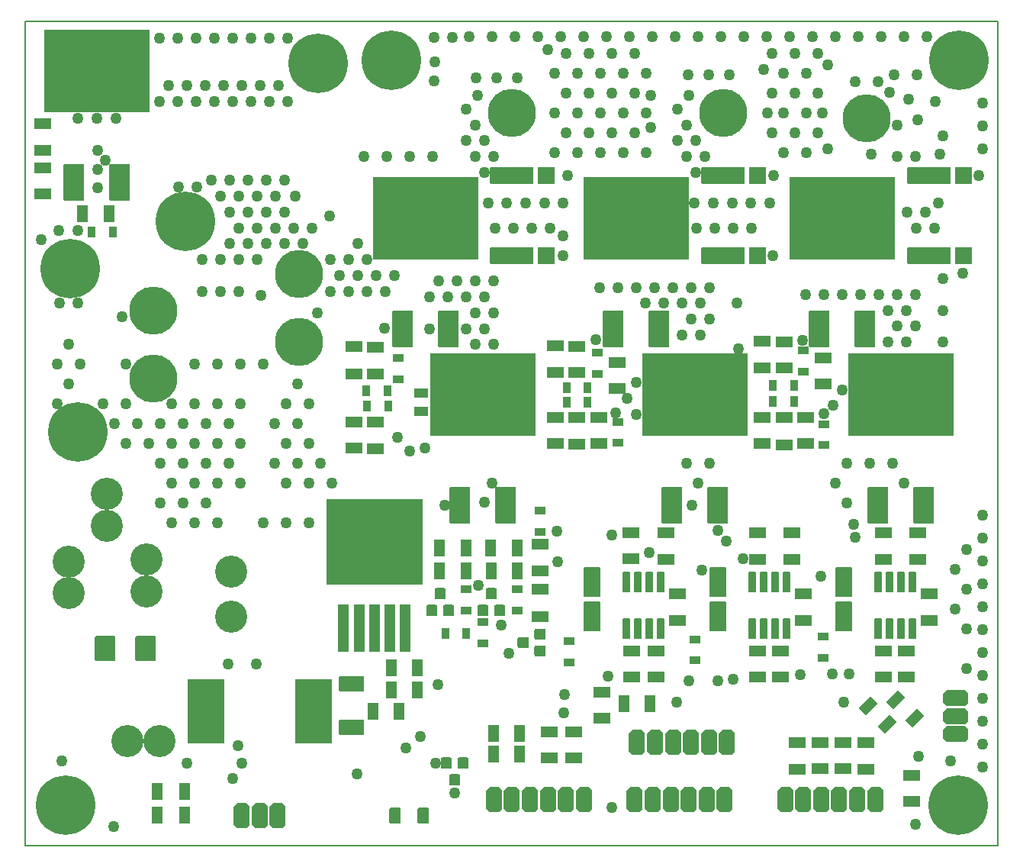
<source format=gbr>
G04 PROTEUS RS274X GERBER FILE*
%FSLAX45Y45*%
%MOMM*%
G01*
%ADD56C,1.270000*%
%ADD18C,1.016000*%
%AMPPAD051*
4,1,36,
2.413000,0.825500,
2.413000,-0.825500,
2.410470,-0.851470,
2.403200,-0.875480,
2.391650,-0.897080,
2.376290,-0.915790,
2.357570,-0.931150,
2.335980,-0.942700,
2.311970,-0.949970,
2.286000,-0.952500,
-2.286000,-0.952500,
-2.311970,-0.949970,
-2.335980,-0.942700,
-2.357570,-0.931150,
-2.376290,-0.915790,
-2.391650,-0.897080,
-2.403200,-0.875480,
-2.410470,-0.851470,
-2.413000,-0.825500,
-2.413000,0.825500,
-2.410470,0.851470,
-2.403200,0.875480,
-2.391650,0.897080,
-2.376290,0.915790,
-2.357570,0.931150,
-2.335980,0.942700,
-2.311970,0.949970,
-2.286000,0.952500,
2.286000,0.952500,
2.311970,0.949970,
2.335980,0.942700,
2.357570,0.931150,
2.376290,0.915790,
2.391650,0.897080,
2.403200,0.875480,
2.410470,0.851470,
2.413000,0.825500,
0*%
%ADD57PPAD051*%
%AMPPAD052*
4,1,36,
0.952500,0.825500,
0.952500,-0.825500,
0.949970,-0.851470,
0.942700,-0.875480,
0.931150,-0.897080,
0.915790,-0.915790,
0.897070,-0.931150,
0.875480,-0.942700,
0.851470,-0.949970,
0.825500,-0.952500,
-0.825500,-0.952500,
-0.851470,-0.949970,
-0.875480,-0.942700,
-0.897070,-0.931150,
-0.915790,-0.915790,
-0.931150,-0.897080,
-0.942700,-0.875480,
-0.949970,-0.851470,
-0.952500,-0.825500,
-0.952500,0.825500,
-0.949970,0.851470,
-0.942700,0.875480,
-0.931150,0.897080,
-0.915790,0.915790,
-0.897070,0.931150,
-0.875480,0.942700,
-0.851470,0.949970,
-0.825500,0.952500,
0.825500,0.952500,
0.851470,0.949970,
0.875480,0.942700,
0.897070,0.931150,
0.915790,0.915790,
0.931150,0.897080,
0.942700,0.875480,
0.949970,0.851470,
0.952500,0.825500,
0*%
%ADD58PPAD052*%
%ADD59C,5.334000*%
%AMPPAD054*
4,1,4,
0.901700,0.571500,
0.901700,-0.571500,
-0.901700,-0.571500,
-0.901700,0.571500,
0.901700,0.571500,
0*%
%ADD60PPAD054*%
%AMPPAD055*
4,1,4,
-0.571500,2.603500,
0.571500,2.603500,
0.571500,-2.603500,
-0.571500,-2.603500,
-0.571500,2.603500,
0*%
%ADD61PPAD055*%
%AMPPAD056*
4,1,4,
-5.372100,-4.775200,
-5.372100,4.775200,
5.372100,4.775200,
5.372100,-4.775200,
-5.372100,-4.775200,
0*%
%ADD62PPAD056*%
%AMPPAD057*
4,1,36,
-1.905000,3.556000,
1.905000,3.556000,
1.930970,3.553470,
1.954980,3.546200,
1.976580,3.534650,
1.995290,3.519290,
2.010650,3.500570,
2.022200,3.478980,
2.029470,3.454970,
2.032000,3.429000,
2.032000,-3.429000,
2.029470,-3.454970,
2.022200,-3.478980,
2.010650,-3.500570,
1.995290,-3.519290,
1.976580,-3.534650,
1.954980,-3.546200,
1.930970,-3.553470,
1.905000,-3.556000,
-1.905000,-3.556000,
-1.930970,-3.553470,
-1.954980,-3.546200,
-1.976580,-3.534650,
-1.995290,-3.519290,
-2.010650,-3.500570,
-2.022200,-3.478980,
-2.029470,-3.454970,
-2.032000,-3.429000,
-2.032000,3.429000,
-2.029470,3.454970,
-2.022200,3.478980,
-2.010650,3.500570,
-1.995290,3.519290,
-1.976580,3.534650,
-1.954980,3.546200,
-1.930970,3.553470,
-1.905000,3.556000,
0*%
%ADD63PPAD057*%
%AMPPAD058*
4,1,36,
-1.397000,-0.736600,
-1.397000,0.736600,
-1.394470,0.762570,
-1.387200,0.786580,
-1.375650,0.808180,
-1.360290,0.826890,
-1.341570,0.842250,
-1.319980,0.853800,
-1.295970,0.861070,
-1.270000,0.863600,
1.270000,0.863600,
1.295970,0.861070,
1.319980,0.853800,
1.341570,0.842250,
1.360290,0.826890,
1.375650,0.808180,
1.387200,0.786580,
1.394470,0.762570,
1.397000,0.736600,
1.397000,-0.736600,
1.394470,-0.762570,
1.387200,-0.786580,
1.375650,-0.808180,
1.360290,-0.826890,
1.341570,-0.842250,
1.319980,-0.853800,
1.295970,-0.861070,
1.270000,-0.863600,
-1.270000,-0.863600,
-1.295970,-0.861070,
-1.319980,-0.853800,
-1.341570,-0.842250,
-1.360290,-0.826890,
-1.375650,-0.808180,
-1.387200,-0.786580,
-1.394470,-0.762570,
-1.397000,-0.736600,
0*%
%ADD64PPAD058*%
%AMPPAD059*
4,1,4,
-0.571500,0.901700,
0.571500,0.901700,
0.571500,-0.901700,
-0.571500,-0.901700,
-0.571500,0.901700,
0*%
%ADD65PPAD059*%
%ADD66C,6.604000*%
%AMPPAD061*
4,1,36,
0.317500,-1.143000,
-0.317500,-1.143000,
-0.343470,-1.140470,
-0.367480,-1.133200,
-0.389080,-1.121650,
-0.407790,-1.106290,
-0.423150,-1.087570,
-0.434700,-1.065980,
-0.441970,-1.041970,
-0.444500,-1.016000,
-0.444500,1.016000,
-0.441970,1.041970,
-0.434700,1.065980,
-0.423150,1.087570,
-0.407790,1.106290,
-0.389080,1.121650,
-0.367480,1.133200,
-0.343470,1.140470,
-0.317500,1.143000,
0.317500,1.143000,
0.343470,1.140470,
0.367480,1.133200,
0.389080,1.121650,
0.407790,1.106290,
0.423150,1.087570,
0.434700,1.065980,
0.441970,1.041970,
0.444500,1.016000,
0.444500,-1.016000,
0.441970,-1.041970,
0.434700,-1.065980,
0.423150,-1.087570,
0.407790,-1.106290,
0.389080,-1.121650,
0.367480,-1.133200,
0.343470,-1.140470,
0.317500,-1.143000,
0*%
%ADD67PPAD061*%
%AMPPAD062*
4,1,36,
-0.825500,1.651000,
0.825500,1.651000,
0.851470,1.648470,
0.875480,1.641200,
0.897080,1.629650,
0.915790,1.614290,
0.931150,1.595570,
0.942700,1.573980,
0.949970,1.549970,
0.952500,1.524000,
0.952500,-1.524000,
0.949970,-1.549970,
0.942700,-1.573980,
0.931150,-1.595570,
0.915790,-1.614290,
0.897080,-1.629650,
0.875480,-1.641200,
0.851470,-1.648470,
0.825500,-1.651000,
-0.825500,-1.651000,
-0.851470,-1.648470,
-0.875480,-1.641200,
-0.897080,-1.629650,
-0.915790,-1.614290,
-0.931150,-1.595570,
-0.942700,-1.573980,
-0.949970,-1.549970,
-0.952500,-1.524000,
-0.952500,1.524000,
-0.949970,1.549970,
-0.942700,1.573980,
-0.931150,1.595570,
-0.915790,1.614290,
-0.897080,1.629650,
-0.875480,1.641200,
-0.851470,1.648470,
-0.825500,1.651000,
0*%
%ADD68PPAD062*%
%AMPPAD063*
4,1,36,
0.571500,0.317500,
0.571500,-0.317500,
0.568970,-0.343470,
0.561700,-0.367480,
0.550150,-0.389080,
0.534790,-0.407790,
0.516070,-0.423150,
0.494480,-0.434700,
0.470470,-0.441970,
0.444500,-0.444500,
-0.444500,-0.444500,
-0.470470,-0.441970,
-0.494480,-0.434700,
-0.516070,-0.423150,
-0.534790,-0.407790,
-0.550150,-0.389080,
-0.561700,-0.367480,
-0.568970,-0.343470,
-0.571500,-0.317500,
-0.571500,0.317500,
-0.568970,0.343470,
-0.561700,0.367480,
-0.550150,0.389080,
-0.534790,0.407790,
-0.516070,0.423150,
-0.494480,0.434700,
-0.470470,0.441970,
-0.444500,0.444500,
0.444500,0.444500,
0.470470,0.441970,
0.494480,0.434700,
0.516070,0.423150,
0.534790,0.407790,
0.550150,0.389080,
0.561700,0.367480,
0.568970,0.343470,
0.571500,0.317500,
0*%
%ADD69PPAD063*%
%AMPPAD064*
4,1,36,
0.444500,-0.635000,
-0.444500,-0.635000,
-0.470470,-0.632470,
-0.494480,-0.625200,
-0.516080,-0.613650,
-0.534790,-0.598290,
-0.550150,-0.579570,
-0.561700,-0.557980,
-0.568970,-0.533970,
-0.571500,-0.508000,
-0.571500,0.508000,
-0.568970,0.533970,
-0.561700,0.557980,
-0.550150,0.579570,
-0.534790,0.598290,
-0.516080,0.613650,
-0.494480,0.625200,
-0.470470,0.632470,
-0.444500,0.635000,
0.444500,0.635000,
0.470470,0.632470,
0.494480,0.625200,
0.516080,0.613650,
0.534790,0.598290,
0.550150,0.579570,
0.561700,0.557980,
0.568970,0.533970,
0.571500,0.508000,
0.571500,-0.508000,
0.568970,-0.533970,
0.561700,-0.557980,
0.550150,-0.579570,
0.534790,-0.598290,
0.516080,-0.613650,
0.494480,-0.625200,
0.470470,-0.632470,
0.444500,-0.635000,
0*%
%ADD74PPAD064*%
%AMPPAD065*
4,1,36,
0.635000,0.444500,
0.635000,-0.444500,
0.632470,-0.470470,
0.625200,-0.494480,
0.613650,-0.516080,
0.598290,-0.534790,
0.579570,-0.550150,
0.557980,-0.561700,
0.533970,-0.568970,
0.508000,-0.571500,
-0.508000,-0.571500,
-0.533970,-0.568970,
-0.557980,-0.561700,
-0.579570,-0.550150,
-0.598290,-0.534790,
-0.613650,-0.516080,
-0.625200,-0.494480,
-0.632470,-0.470470,
-0.635000,-0.444500,
-0.635000,0.444500,
-0.632470,0.470470,
-0.625200,0.494480,
-0.613650,0.516080,
-0.598290,0.534790,
-0.579570,0.550150,
-0.557980,0.561700,
-0.533970,0.568970,
-0.508000,0.571500,
0.508000,0.571500,
0.533970,0.568970,
0.557980,0.561700,
0.579570,0.550150,
0.598290,0.534790,
0.613650,0.516080,
0.625200,0.494480,
0.632470,0.470470,
0.635000,0.444500,
0*%
%ADD75PPAD065*%
%AMPPAD066*
4,1,36,
0.317500,-0.571500,
-0.317500,-0.571500,
-0.343470,-0.568970,
-0.367480,-0.561700,
-0.389080,-0.550150,
-0.407790,-0.534790,
-0.423150,-0.516070,
-0.434700,-0.494480,
-0.441970,-0.470470,
-0.444500,-0.444500,
-0.444500,0.444500,
-0.441970,0.470470,
-0.434700,0.494480,
-0.423150,0.516070,
-0.407790,0.534790,
-0.389080,0.550150,
-0.367480,0.561700,
-0.343470,0.568970,
-0.317500,0.571500,
0.317500,0.571500,
0.343470,0.568970,
0.367480,0.561700,
0.389080,0.550150,
0.407790,0.534790,
0.423150,0.516070,
0.434700,0.494480,
0.441970,0.470470,
0.444500,0.444500,
0.444500,-0.444500,
0.441970,-0.470470,
0.434700,-0.494480,
0.423150,-0.516070,
0.407790,-0.534790,
0.389080,-0.550150,
0.367480,-0.561700,
0.343470,-0.568970,
0.317500,-0.571500,
0*%
%ADD76PPAD066*%
%AMPPAD067*
4,1,8,
-1.397000,-0.509800,
-1.397000,0.509800,
-1.017800,0.889000,
1.017800,0.889000,
1.397000,0.509800,
1.397000,-0.509800,
1.017800,-0.889000,
-1.017800,-0.889000,
-1.397000,-0.509800,
0*%
%ADD77PPAD067*%
%AMPPAD068*
4,1,8,
-0.509800,1.397000,
0.509800,1.397000,
0.889000,1.017800,
0.889000,-1.017800,
0.509800,-1.397000,
-0.509800,-1.397000,
-0.889000,-1.017800,
-0.889000,1.017800,
-0.509800,1.397000,
0*%
%ADD78PPAD068*%
%ADD79C,3.556000*%
%AMPPAD070*
4,1,4,
0.723900,0.469900,
0.723900,-0.469900,
-0.723900,-0.469900,
-0.723900,0.469900,
0.723900,0.469900,
0*%
%ADD80PPAD070*%
%AMPPAD071*
4,1,36,
-5.715000,4.572000,
5.715000,4.572000,
5.740970,4.569470,
5.764980,4.562200,
5.786580,4.550650,
5.805290,4.535290,
5.820650,4.516570,
5.832200,4.494980,
5.839470,4.470970,
5.842000,4.445000,
5.842000,-4.445000,
5.839470,-4.470970,
5.832200,-4.494980,
5.820650,-4.516570,
5.805290,-4.535290,
5.786580,-4.550650,
5.764980,-4.562200,
5.740970,-4.569470,
5.715000,-4.572000,
-5.715000,-4.572000,
-5.740970,-4.569470,
-5.764980,-4.562200,
-5.786580,-4.550650,
-5.805290,-4.535290,
-5.820650,-4.516570,
-5.832200,-4.494980,
-5.839470,-4.470970,
-5.842000,-4.445000,
-5.842000,4.445000,
-5.839470,4.470970,
-5.832200,4.494980,
-5.820650,4.516570,
-5.805290,4.535290,
-5.786580,4.550650,
-5.764980,4.562200,
-5.740970,4.569470,
-5.715000,4.572000,
0*%
%ADD81PPAD071*%
%AMPPAD072*
4,1,36,
-1.016000,2.032000,
1.016000,2.032000,
1.041970,2.029470,
1.065980,2.022200,
1.087580,2.010650,
1.106290,1.995290,
1.121650,1.976570,
1.133200,1.954980,
1.140470,1.930970,
1.143000,1.905000,
1.143000,-1.905000,
1.140470,-1.930970,
1.133200,-1.954980,
1.121650,-1.976570,
1.106290,-1.995290,
1.087580,-2.010650,
1.065980,-2.022200,
1.041970,-2.029470,
1.016000,-2.032000,
-1.016000,-2.032000,
-1.041970,-2.029470,
-1.065980,-2.022200,
-1.087580,-2.010650,
-1.106290,-1.995290,
-1.121650,-1.976570,
-1.133200,-1.954980,
-1.140470,-1.930970,
-1.143000,-1.905000,
-1.143000,1.905000,
-1.140470,1.930970,
-1.133200,1.954980,
-1.121650,1.976570,
-1.106290,1.995290,
-1.087580,2.010650,
-1.065980,2.022200,
-1.041970,2.029470,
-1.016000,2.032000,
0*%
%ADD82PPAD072*%
%AMPPAD032*
4,1,4,
-0.233490,-1.041710,
-1.041710,-0.233490,
0.233490,1.041710,
1.041710,0.233490,
-0.233490,-1.041710,
0*%
%ADD38PPAD032*%
%AMPPAD073*
4,1,36,
-1.016000,1.397000,
1.016000,1.397000,
1.041970,1.394470,
1.065980,1.387200,
1.087580,1.375650,
1.106290,1.360290,
1.121650,1.341570,
1.133200,1.319980,
1.140470,1.295970,
1.143000,1.270000,
1.143000,-1.270000,
1.140470,-1.295970,
1.133200,-1.319980,
1.121650,-1.341570,
1.106290,-1.360290,
1.087580,-1.375650,
1.065980,-1.387200,
1.041970,-1.394470,
1.016000,-1.397000,
-1.016000,-1.397000,
-1.041970,-1.394470,
-1.065980,-1.387200,
-1.087580,-1.375650,
-1.106290,-1.360290,
-1.121650,-1.341570,
-1.133200,-1.319980,
-1.140470,-1.295970,
-1.143000,-1.270000,
-1.143000,1.270000,
-1.140470,1.295970,
-1.133200,1.319980,
-1.121650,1.341570,
-1.106290,1.360290,
-1.087580,1.375650,
-1.065980,1.387200,
-1.041970,1.394470,
-1.016000,1.397000,
0*%
%ADD83PPAD073*%
%AMPPAD074*
4,1,36,
0.508000,-0.889000,
-0.508000,-0.889000,
-0.533970,-0.886470,
-0.557980,-0.879200,
-0.579580,-0.867650,
-0.598290,-0.852290,
-0.613650,-0.833570,
-0.625200,-0.811980,
-0.632470,-0.787970,
-0.635000,-0.762000,
-0.635000,0.762000,
-0.632470,0.787970,
-0.625200,0.811980,
-0.613650,0.833570,
-0.598290,0.852290,
-0.579580,0.867650,
-0.557980,0.879200,
-0.533970,0.886470,
-0.508000,0.889000,
0.508000,0.889000,
0.533970,0.886470,
0.557980,0.879200,
0.579580,0.867650,
0.598290,0.852290,
0.613650,0.833570,
0.625200,0.811980,
0.632470,0.787970,
0.635000,0.762000,
0.635000,-0.762000,
0.632470,-0.787970,
0.625200,-0.811980,
0.613650,-0.833570,
0.598290,-0.852290,
0.579580,-0.867650,
0.557980,-0.879200,
0.533970,-0.886470,
0.508000,-0.889000,
0*%
%ADD84PPAD074*%
%ADD41C,0.203200*%
D56*
X+4013200Y+1052310D03*
X+3911600Y+1228286D03*
X+4114800Y+1228286D03*
X+3810000Y+1404262D03*
X+4013200Y+1404262D03*
X+3911600Y+1580238D03*
X+3810000Y+1756214D03*
X+3937000Y+1905000D03*
X+8597900Y+1228286D03*
X+8801100Y+1228286D03*
X+8597900Y+1580238D03*
X+8724900Y+1866900D03*
X+6363969Y+1052310D03*
X+6262369Y+1228286D03*
X+6465569Y+1228286D03*
X+6160769Y+1404262D03*
X+6363969Y+1404262D03*
X+6262369Y+1580238D03*
X+6160769Y+1756214D03*
X+6286500Y+1905000D03*
X+7747000Y-3429000D03*
X+6428649Y-3363510D03*
X+8305800Y+1257545D03*
X+9067800Y+1257545D03*
X+8509000Y+1943100D03*
X+8559800Y+2137425D03*
X+8813800Y+2137425D03*
X+7519052Y-4519896D03*
X+7874000Y-4508500D03*
X+5384021Y-4535575D03*
X+4283159Y-4283011D03*
X+4826045Y-3267760D03*
X+7543800Y-812800D03*
X+8127850Y-2993866D03*
X+8118219Y-2853714D03*
X+8826500Y+1638300D03*
X+9105900Y+1460500D03*
X+8802625Y-6177544D03*
X+8064500Y-4508500D03*
X+8001000Y-4826000D03*
X+6286500Y-4584700D03*
X+6604000Y-4584700D03*
X+6153231Y-4826944D03*
X+6778656Y-4571579D03*
X+3944752Y-3532550D03*
X+6883138Y-3230089D03*
X+6832600Y-901700D03*
X+3850575Y+2560320D03*
X+4104575Y+2560320D03*
X+4358575Y+2560320D03*
X+4612575Y+2560320D03*
X+4866575Y+2560320D03*
X+5120575Y+2560320D03*
X+5374575Y+2560320D03*
X+5628575Y+2560320D03*
X+5882575Y+2560320D03*
X+6136575Y+2560320D03*
X+6390575Y+2560320D03*
X+6644575Y+2560320D03*
X+6898575Y+2560320D03*
X+7152575Y+2560320D03*
X+7406575Y+2560320D03*
X+7660575Y+2560320D03*
X+7914575Y+2560320D03*
X+8168575Y+2560320D03*
X+8422575Y+2560320D03*
X+8676575Y+2560320D03*
X+8930575Y+2560320D03*
X+9545320Y+1821839D03*
X+9545320Y+1567839D03*
X+9545320Y+1313839D03*
X+9545320Y-2750161D03*
X+9545320Y-3004161D03*
X+9545320Y-3258161D03*
X+9545320Y-3512161D03*
X+9545320Y-3766161D03*
X+9545320Y-4020161D03*
X+9545320Y-4274161D03*
X+9545320Y-4528161D03*
X+9545320Y-4782161D03*
X+9545320Y-5036161D03*
X+9545320Y-5290161D03*
X+9545320Y-5544161D03*
X+5430518Y-5990308D03*
X+9367518Y-4450518D03*
X+9367518Y-4010578D03*
X+9240518Y-3790608D03*
X+9367518Y-3570638D03*
X+9240518Y-3350668D03*
X+9367518Y-3130698D03*
X+4795518Y+1268702D03*
X+5049518Y+1268702D03*
X+5303518Y+1268702D03*
X+5557518Y+1268702D03*
X+5811518Y+1268702D03*
X+7335518Y+1268702D03*
X+7589518Y+1268702D03*
X+4922518Y+1488672D03*
X+5176518Y+1488672D03*
X+5430518Y+1488672D03*
X+5684518Y+1488672D03*
X+7208518Y+1488672D03*
X+7462518Y+1488672D03*
X+7716518Y+1488672D03*
X+4795518Y+1708642D03*
X+5049518Y+1708642D03*
X+5303518Y+1708642D03*
X+5557518Y+1708642D03*
X+5811518Y+1708642D03*
X+7335518Y+1708642D03*
X+7589518Y+1708642D03*
X+4922518Y+1928612D03*
X+5176518Y+1928612D03*
X+5430518Y+1928612D03*
X+5684518Y+1928612D03*
X+7208518Y+1928612D03*
X+7462518Y+1928612D03*
X+7716518Y+1928612D03*
X+4795518Y+2148582D03*
X+5049518Y+2148582D03*
X+5303518Y+2148582D03*
X+5557518Y+2148582D03*
X+5811518Y+2148582D03*
X+7335518Y+2148582D03*
X+7589518Y+2148582D03*
X+4922518Y+2368552D03*
X+5176518Y+2368552D03*
X+5430518Y+2368552D03*
X+5684518Y+2368552D03*
X+7208518Y+2368552D03*
X+7462518Y+2368552D03*
X+7716518Y+2368552D03*
X+2602489Y-5621043D03*
X+7226300Y+1016000D03*
X+7213600Y+127000D03*
X+4940300Y+1016000D03*
X+4889500Y+127000D03*
X+9321800Y-63500D03*
X+9499600Y+1016000D03*
X+8831424Y-5427206D03*
X+3576345Y-2643122D03*
X+4818888Y-2925288D03*
X+9016999Y+1837037D03*
X+8127999Y+2057007D03*
X+8381999Y+2057007D03*
X+3924300Y+2105292D03*
X+4152900Y+2105292D03*
X+4381500Y+2105292D03*
X+6273914Y+2139798D03*
X+6502514Y+2139798D03*
X+6731114Y+2139798D03*
X+3500118Y-4626494D03*
X+7157718Y+1708642D03*
X+7767318Y+1708642D03*
X+4719318Y+2412546D03*
X+1021080Y+1841696D03*
X+1224280Y+1841696D03*
X+1427480Y+1841696D03*
X+1630680Y+1841696D03*
X+1833880Y+1841696D03*
X+513080Y+2017672D03*
X+716280Y+2017672D03*
X+919480Y+2017672D03*
X+1122680Y+2017672D03*
X+1325880Y+2017672D03*
X+1529080Y+2017672D03*
X+1732280Y+2017672D03*
X+411480Y+2545600D03*
X+614680Y+2545600D03*
X+817880Y+2545600D03*
X+1021080Y+2545600D03*
X+1224280Y+2545600D03*
X+1427480Y+2545600D03*
X+1630680Y+2545600D03*
X+1833880Y+2545600D03*
X+886143Y-266666D03*
X+1089343Y-266666D03*
X+1292543Y-266666D03*
X+2308543Y-266666D03*
X+2511743Y-266666D03*
X+2714943Y-266666D03*
X+2918143Y-266666D03*
X+2410143Y-90690D03*
X+2613343Y-90690D03*
X+2816543Y-90690D03*
X+3019743Y-90690D03*
X+886143Y+85286D03*
X+1089343Y+85286D03*
X+1292543Y+85286D03*
X+1495743Y+85286D03*
X+2308543Y+85286D03*
X+2511743Y+85286D03*
X+2714943Y+85286D03*
X+1190943Y+261262D03*
X+1394143Y+261262D03*
X+1597343Y+261262D03*
X+1800543Y+261262D03*
X+2003743Y+261262D03*
X+2613343Y+261262D03*
X+1292543Y+437238D03*
X+1495743Y+437238D03*
X+1698943Y+437238D03*
X+1902143Y+437238D03*
X+2105343Y+437238D03*
X+4137343Y+437238D03*
X+4340543Y+437238D03*
X+4543743Y+437238D03*
X+4746943Y+437238D03*
X+6372543Y+437238D03*
X+6575743Y+437238D03*
X+6778943Y+437238D03*
X+6982143Y+437238D03*
X+8810943Y+437238D03*
X+9014143Y+437238D03*
X+1190943Y+613214D03*
X+1394143Y+613214D03*
X+1597343Y+613214D03*
X+1800543Y+613214D03*
X+8709343Y+613214D03*
X+8912543Y+613214D03*
X+1089343Y+789190D03*
X+1292543Y+789190D03*
X+1495743Y+789190D03*
X+1698943Y+789190D03*
X+987743Y+965166D03*
X+1190943Y+965166D03*
X+1394143Y+965166D03*
X+1597343Y+965166D03*
X+1800543Y+965166D03*
X+7828280Y+1317455D03*
X+7117080Y+2197335D03*
X+3459480Y+2549287D03*
X+3662680Y+2549287D03*
X+3472115Y-5497269D03*
X+411480Y+1841696D03*
X+614680Y+1841696D03*
X+817880Y+1841696D03*
X-701040Y-395875D03*
X-497840Y-395875D03*
X-904240Y+308029D03*
X-193040Y+1187909D03*
X-96520Y-6201665D03*
X+1224280Y-5673737D03*
X+716280Y-5497761D03*
X+1325880Y-5497761D03*
X+3459480Y+2069207D03*
X+7828280Y+2245183D03*
X-5081Y-548813D03*
X+4889499Y+353062D03*
X+4056379Y+713812D03*
X+4264659Y+713812D03*
X+4472939Y+713812D03*
X+4681219Y+713812D03*
X+4889499Y+713812D03*
X+6347459Y+713812D03*
X+6555739Y+713812D03*
X+6764019Y+713812D03*
X+6972299Y+713812D03*
X+7180579Y+713812D03*
X+9055099Y+713812D03*
X+619759Y+894187D03*
X+828039Y+894187D03*
X-492760Y+1654722D03*
X-284480Y+1654722D03*
X-76200Y+1654722D03*
X+9192260Y-5478721D03*
X+1485900Y-4396471D03*
X+3464560Y+2277404D03*
X+1277620Y-5306641D03*
X+1173480Y-4404766D03*
X+5859780Y+1547609D03*
X+5859780Y+1908359D03*
X-706169Y+406400D03*
X-497889Y+406400D03*
X-279400Y+878585D03*
X-279400Y+1086865D03*
X-279400Y+1295145D03*
X+3913451Y-857244D03*
X+4116651Y-857244D03*
X+3405451Y-681268D03*
X+3811851Y-681268D03*
X+4015051Y-681268D03*
X+3913451Y-505292D03*
X+4116651Y-505292D03*
X+3405451Y-329316D03*
X+3608651Y-329316D03*
X+3811851Y-329316D03*
X+4015051Y-329316D03*
X+3507051Y-153340D03*
X+3710251Y-153340D03*
X+3913451Y-153340D03*
X+4116651Y-153340D03*
X+5697295Y-1631085D03*
X+5595695Y-1455109D03*
X+5697295Y-1279133D03*
X+6205295Y-751205D03*
X+6408495Y-751205D03*
X+6306895Y-575229D03*
X+6510095Y-575229D03*
X+5798895Y-399253D03*
X+6002095Y-399253D03*
X+6205295Y-399253D03*
X+6408495Y-399253D03*
X+6814895Y-399253D03*
X+5290895Y-223277D03*
X+5494095Y-223277D03*
X+5697295Y-223277D03*
X+5900495Y-223277D03*
X+6103695Y-223277D03*
X+6306895Y-223277D03*
X+6510095Y-223277D03*
X+7881619Y-1533571D03*
X+7983219Y-1357595D03*
X+8491219Y-829667D03*
X+8694419Y-829667D03*
X+9100819Y-829667D03*
X+8592819Y-653691D03*
X+8796019Y-653691D03*
X+8491219Y-477715D03*
X+8694419Y-477715D03*
X+9100819Y-477715D03*
X+7576819Y-301739D03*
X+7780019Y-301739D03*
X+7983219Y-301739D03*
X+8186419Y-301739D03*
X+8389619Y-301739D03*
X+8592819Y-301739D03*
X+8796019Y-301739D03*
X+9100819Y-125763D03*
X+4895850Y-4946650D03*
X+3145817Y-5333103D03*
X+3302000Y-5207000D03*
X+4902200Y-4737100D03*
X+1537861Y-309908D03*
X+2299861Y+569972D03*
X+1918861Y+789942D03*
X+2680861Y+1229882D03*
X+2934861Y+1229882D03*
X+3188861Y+1229882D03*
X+3442861Y+1229882D03*
X+6604000Y-2921000D03*
X+5249412Y-804176D03*
X+6696244Y-3035770D03*
X+5473700Y-1612900D03*
X+7785100Y-1625600D03*
D18*
X+3688700Y-5829963D03*
D56*
X+2164329Y-506904D03*
X+4205198Y-3970896D03*
X+3188275Y-2035270D03*
X+3356365Y-2007844D03*
X+5842000Y-3162300D03*
X+5431385Y-2971800D03*
X+4013200Y-2603500D03*
X+2910487Y-675842D03*
X+3049820Y-1889299D03*
X+6318599Y-2638464D03*
X+541019Y-2832896D03*
X+795019Y-2832896D03*
X+1049019Y-2832896D03*
X+1557019Y-2832896D03*
X+1811019Y-2832896D03*
X+2065019Y-2832896D03*
X+414019Y-2612926D03*
X+668019Y-2612926D03*
X+922019Y-2612926D03*
X+8034019Y-2612926D03*
X+541019Y-2392956D03*
X+795019Y-2392956D03*
X+1049019Y-2392956D03*
X+1303019Y-2392956D03*
X+1811019Y-2392956D03*
X+2065019Y-2392956D03*
X+2319019Y-2392956D03*
X+4097019Y-2392956D03*
X+6383019Y-2392956D03*
X+7907019Y-2392956D03*
X+8669019Y-2392956D03*
X+414019Y-2172986D03*
X+668019Y-2172986D03*
X+922019Y-2172986D03*
X+1176019Y-2172986D03*
X+1684019Y-2172986D03*
X+1938019Y-2172986D03*
X+2192019Y-2172986D03*
X+6256019Y-2172986D03*
X+6510019Y-2172986D03*
X+8034019Y-2172986D03*
X+8288019Y-2172986D03*
X+8542019Y-2172986D03*
X+33019Y-1953016D03*
X+287019Y-1953016D03*
X+541019Y-1953016D03*
X+795019Y-1953016D03*
X+1049019Y-1953016D03*
X+1303019Y-1953016D03*
X+1811019Y-1953016D03*
X+2065019Y-1953016D03*
X-93981Y-1733046D03*
X+160019Y-1733046D03*
X+414019Y-1733046D03*
X+668019Y-1733046D03*
X+922019Y-1733046D03*
X+1176019Y-1733046D03*
X+1684019Y-1733046D03*
X+1938019Y-1733046D03*
X-728981Y-1513076D03*
X-220981Y-1513076D03*
X+33019Y-1513076D03*
X+541019Y-1513076D03*
X+795019Y-1513076D03*
X+1049019Y-1513076D03*
X+1303019Y-1513076D03*
X+1811019Y-1513076D03*
X+2065019Y-1513076D03*
X-601981Y-1293106D03*
X+1938019Y-1293106D03*
X-728981Y-1073136D03*
X-474981Y-1073136D03*
X+33019Y-1073136D03*
X+795019Y-1073136D03*
X+1049019Y-1073136D03*
X+1303019Y-1073136D03*
X+1557019Y-1073136D03*
X-601981Y-853166D03*
X-672147Y-5478139D03*
X+3688080Y-5829343D03*
D57*
X+6667500Y+1016000D03*
X+6667500Y+127000D03*
D58*
X+7048500Y+127000D03*
X+7048500Y+1016000D03*
D57*
X+8953500Y+1016000D03*
X+8953500Y+127000D03*
D58*
X+9334500Y+127000D03*
X+9334500Y+1016000D03*
D57*
X+4318000Y+1016000D03*
X+4318000Y+127000D03*
D58*
X+4699000Y+127000D03*
X+4699000Y+1016000D03*
D59*
X+4318000Y+1714500D03*
X+6667500Y+1714500D03*
X+8255000Y+1651000D03*
D60*
X+2565400Y-881100D03*
X+2565400Y-1181100D03*
X+2565400Y-1714500D03*
X+2565400Y-2004500D03*
D61*
X+2453640Y-4000500D03*
X+2623820Y-4000500D03*
X+2794000Y-4000500D03*
X+2964180Y-4000500D03*
X+3134360Y-4000500D03*
D62*
X+2794000Y-3048000D03*
D63*
X+2120900Y-4927600D03*
X+927100Y-4927600D03*
D64*
X+2540000Y-5102800D03*
X+2540000Y-4622800D03*
D65*
X+387842Y-6078500D03*
X+687842Y-6078500D03*
X+3274500Y-4445000D03*
X+2984500Y-4445000D03*
D66*
X-495300Y-1828800D03*
X-580503Y-12700D03*
D60*
X+2806700Y-1714500D03*
X+2806700Y-2014500D03*
X+6032500Y-2948500D03*
X+6032500Y-3238500D03*
X+2806700Y-891100D03*
X+2806700Y-1181100D03*
X+5638800Y-2946400D03*
X+5638800Y-3236400D03*
D67*
X+5588000Y-4013200D03*
X+5715000Y-4013200D03*
X+5842000Y-4013200D03*
X+5969000Y-4013200D03*
X+5969000Y-3492500D03*
X+5842000Y-3492500D03*
X+5715000Y-3492500D03*
X+5588000Y-3492500D03*
X+6985000Y-4013200D03*
X+7112000Y-4013200D03*
X+7239000Y-4013200D03*
X+7366000Y-4013200D03*
X+7366000Y-3492500D03*
X+7239000Y-3492500D03*
X+7112000Y-3492500D03*
X+6985000Y-3492500D03*
X+8382000Y-4013200D03*
X+8509000Y-4013200D03*
X+8636000Y-4013200D03*
X+8763000Y-4013200D03*
X+8763000Y-3492500D03*
X+8636000Y-3492500D03*
X+8509000Y-3492500D03*
X+8382000Y-3492500D03*
D60*
X+7048500Y-2948500D03*
X+7048500Y-3238500D03*
D68*
X+5207000Y-3492500D03*
X+5207000Y-3873500D03*
X+6604000Y-3492500D03*
X+6604000Y-3873500D03*
X+8001000Y-3492500D03*
X+8001000Y-3873500D03*
D69*
X+4953000Y-4381500D03*
X+4953000Y-4146550D03*
X+6350000Y-4362450D03*
X+6350000Y-4127500D03*
X+7778750Y-4330700D03*
X+7778750Y-4095750D03*
D60*
X+6159500Y-3619500D03*
X+6159500Y-3919500D03*
X+7556500Y-3619500D03*
X+7556500Y-3919500D03*
X+8953500Y-3619500D03*
X+8953500Y-3919500D03*
X+7429500Y-2948500D03*
X+7429500Y-3238500D03*
X+8445500Y-2948500D03*
X+8445500Y-3238500D03*
X+8826500Y-2948500D03*
X+8826500Y-3238500D03*
X+5651500Y-4544500D03*
X+5651500Y-4254500D03*
X+5923000Y-4544500D03*
X+5923000Y-4254500D03*
X+7048500Y-4544500D03*
X+7048500Y-4254500D03*
X+5486400Y-1054100D03*
X+5486400Y-1344100D03*
X+4800600Y-1665062D03*
X+4800600Y-1955062D03*
X+5283200Y-1663700D03*
X+5283200Y-1953700D03*
X+5041900Y-875562D03*
X+5041900Y-1165562D03*
X+4800600Y-867662D03*
X+4800600Y-1167662D03*
X+5041900Y-1662962D03*
X+5041900Y-1962962D03*
X+7099300Y-1117600D03*
X+7099300Y-817600D03*
X+7340600Y-1668500D03*
X+7340600Y-1968500D03*
X+7772400Y-1003300D03*
X+7772400Y-1293300D03*
X+7099300Y-1665800D03*
X+7099300Y-1955800D03*
X+7581900Y-1663700D03*
X+7581900Y-1953700D03*
X+7340600Y-825500D03*
X+7340600Y-1115500D03*
D74*
X+3522980Y-3619500D03*
X+3429000Y-3810000D03*
X+3616960Y-3810000D03*
X+4094480Y-3619500D03*
X+4000500Y-3810000D03*
X+4188460Y-3810000D03*
D75*
X+4445000Y-4160520D03*
X+4635500Y-4254500D03*
X+4635500Y-4066540D03*
D69*
X+3810000Y-3575050D03*
X+3810000Y-3810000D03*
D76*
X+3581400Y-4064000D03*
X+3816350Y-4064000D03*
D69*
X+4381500Y-3575050D03*
X+4381500Y-3810000D03*
X+4000500Y-3937000D03*
X+4000500Y-4171950D03*
D65*
X+3520000Y-3365500D03*
X+3810000Y-3365500D03*
X+3520000Y-3111500D03*
X+3810000Y-3111500D03*
X+4381500Y-3365500D03*
X+4091500Y-3365500D03*
D60*
X+4635500Y-3075500D03*
X+4635500Y-3365500D03*
X+4635500Y-3873500D03*
X+4635500Y-3573500D03*
D65*
X+4381500Y-3111500D03*
X+4081500Y-3111500D03*
D60*
X+8699500Y-4544500D03*
X+8699500Y-4254500D03*
X+8245500Y-5570500D03*
X+8245500Y-5270500D03*
X+7483500Y-5570499D03*
X+7483500Y-5270500D03*
D77*
X+9245600Y-5181500D03*
X+9245600Y-4981500D03*
X+9245600Y-4781500D03*
D60*
X+7302500Y-4544500D03*
X+7302500Y-4254500D03*
X+8445500Y-4544500D03*
X+8445500Y-4254500D03*
X+8753500Y-5635301D03*
X+8753500Y-5925301D03*
X+7991500Y-5270500D03*
X+7991500Y-5560500D03*
X+7737500Y-5270500D03*
X+7737500Y-5560500D03*
D78*
X+8356500Y-5905500D03*
X+8156500Y-5905500D03*
X+7956500Y-5905500D03*
X+7756500Y-5905500D03*
X+7556500Y-5905500D03*
X+7356500Y-5905500D03*
D66*
X+2169810Y+2259156D03*
X+700394Y+507979D03*
D59*
X+1955800Y-76200D03*
X+1955800Y-826200D03*
X+342900Y-482600D03*
X+342900Y-1232600D03*
D66*
X+9283700Y+2298700D03*
X+2984500Y+2298700D03*
X+9271000Y-5969000D03*
X-635000Y-5969000D03*
D78*
X+4124500Y-5905500D03*
X+4324500Y-5905500D03*
X+4524500Y-5905500D03*
X+4724500Y-5905500D03*
X+4924500Y-5905500D03*
X+5124500Y-5905500D03*
X+5686500Y-5905500D03*
X+5886500Y-5905500D03*
X+6086500Y-5905500D03*
X+6286500Y-5905500D03*
X+6486500Y-5905500D03*
X+6686500Y-5905500D03*
X+5712000Y-5270500D03*
X+5912000Y-5270500D03*
X+6112000Y-5270500D03*
X+6312000Y-5270500D03*
X+6512000Y-5270500D03*
X+6712000Y-5270500D03*
X+1722985Y-6086392D03*
X+1522985Y-6086392D03*
X+1322985Y-6086392D03*
D79*
X+1206500Y-3873500D03*
X+1206500Y-3373500D03*
D80*
X+3314700Y-1395119D03*
X+3314700Y-1595119D03*
D81*
X+3365500Y+546100D03*
D82*
X+3111500Y-685800D03*
X+3619500Y-685800D03*
D81*
X+4000500Y-1409700D03*
D82*
X+3746500Y-2641600D03*
X+4254500Y-2641600D03*
D81*
X+5702300Y+546100D03*
D82*
X+5448300Y-685800D03*
X+5956300Y-685800D03*
D81*
X+6350000Y-1409700D03*
D82*
X+6096000Y-2641600D03*
X+6604000Y-2641600D03*
D81*
X+7988300Y+546100D03*
D82*
X+7734300Y-685800D03*
X+8242300Y-685800D03*
D81*
X+8636000Y-1409700D03*
D82*
X+8382000Y-2641600D03*
X+8890000Y-2641600D03*
D65*
X+3274500Y-4686300D03*
X+2984500Y-4686300D03*
X+2781300Y-4927600D03*
X+3071300Y-4927600D03*
D79*
X-177800Y-2514600D03*
X-177800Y-2864600D03*
X-596900Y-3613900D03*
X-596900Y-3263900D03*
X+56400Y-5257800D03*
X+406400Y-5257800D03*
X+266700Y-3594100D03*
X+266700Y-3244100D03*
D65*
X+385800Y-5816600D03*
X+685800Y-5816600D03*
D69*
X+4635500Y-2933700D03*
X+4635500Y-2698750D03*
X+3060700Y-1244600D03*
X+3060700Y-1009650D03*
X+5270500Y-1181100D03*
X+5270500Y-946150D03*
X+5499100Y-1949450D03*
X+5499100Y-1714500D03*
X+7556500Y-1155700D03*
X+7556500Y-920750D03*
X+7785100Y-1974850D03*
X+7785100Y-1739900D03*
D38*
X+8788400Y-5003800D03*
X+8583339Y-4798739D03*
X+8483600Y-5067300D03*
X+8278539Y-4862239D03*
D60*
X+4737100Y-5156200D03*
X+4737100Y-5446200D03*
X+5003800Y-5156200D03*
X+5003800Y-5446200D03*
D65*
X+5562600Y-4838700D03*
X+5852600Y-4838700D03*
D60*
X+5321300Y-5001700D03*
X+5321300Y-4711700D03*
D81*
X-288358Y+2174307D03*
D82*
X-542358Y+942407D03*
X-34358Y+942407D03*
D74*
X+3688080Y-5689600D03*
X+3782060Y-5499100D03*
X+3594100Y-5499100D03*
D65*
X-442400Y+596900D03*
X-152400Y+596900D03*
X+4116900Y-5168900D03*
X+4406900Y-5168900D03*
D60*
X-889000Y+1104900D03*
X-889000Y+814900D03*
X-889000Y+1595400D03*
X-889000Y+1295400D03*
D83*
X-187960Y-4229100D03*
X+254000Y-4229100D03*
D84*
X+3340100Y-6083300D03*
X+3025140Y-6083300D03*
D76*
X-342900Y+393700D03*
X-107950Y+393700D03*
D65*
X+4116900Y-5397500D03*
X+4406900Y-5397500D03*
D76*
X+2705100Y-1371600D03*
X+2940050Y-1371600D03*
X+2946400Y-1536700D03*
X+2711450Y-1536700D03*
X+4927600Y-1499338D03*
X+5162550Y-1499338D03*
X+5162550Y-1334238D03*
X+4927600Y-1334238D03*
X+7219950Y-1308100D03*
X+7454900Y-1308100D03*
X+7454900Y-1485900D03*
X+7219950Y-1485900D03*
D41*
X-1079500Y-6413500D02*
X+9715500Y-6413500D01*
X+9715500Y+2730500D01*
X-1079500Y+2730500D01*
X-1079500Y-6413500D01*
M02*

</source>
